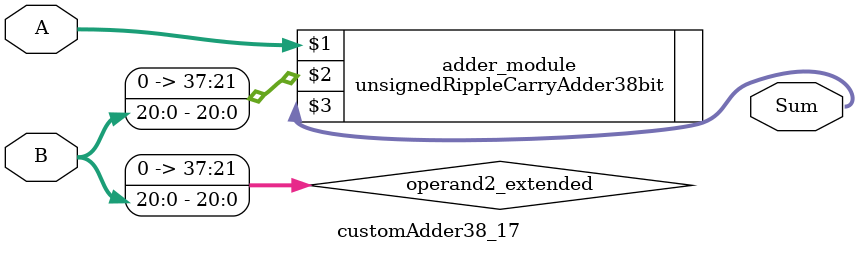
<source format=v>
module customAdder38_17(
                        input [37 : 0] A,
                        input [20 : 0] B,
                        
                        output [38 : 0] Sum
                );

        wire [37 : 0] operand2_extended;
        
        assign operand2_extended =  {17'b0, B};
        
        unsignedRippleCarryAdder38bit adder_module(
            A,
            operand2_extended,
            Sum
        );
        
        endmodule
        
</source>
